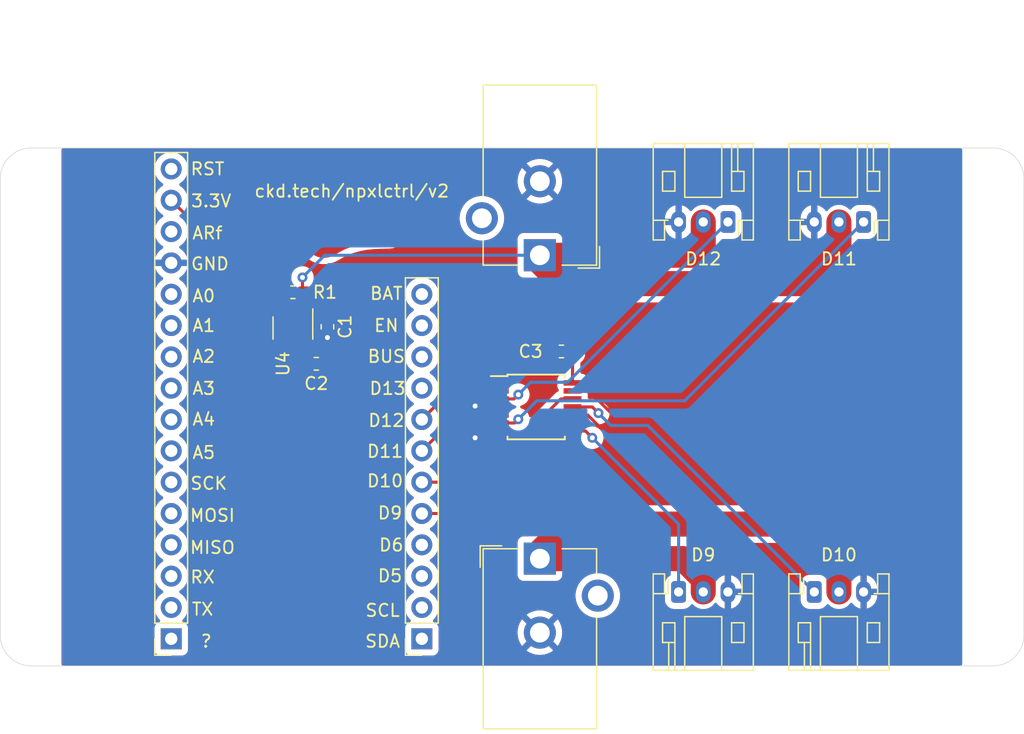
<source format=kicad_pcb>
(kicad_pcb (version 20241229) (generator "pcbnew") (generator_version "9.0")
  (layers (0 "F.Cu" signal) (2 "B.Cu" signal) (13 "F.Paste" user) (15 "B.Paste" user) (5 "F.SilkS" user) (7 "B.SilkS" user) (1 "F.Mask" user) (3 "B.Mask" user) (25 "Edge.Cuts" user))
  (net 0 "")
  (net 1 "+3.3V")
  (net 3 "GND")
  (net 4 "+5V")
  (net 5 "/RST")
  (net 6 "/ARf")
  (net 7 "/A0")
  (net 8 "/A1")
  (net 9 "/A2")
  (net 10 "/A3")
  (net 11 "/A4")
  (net 12 "/A5")
  (net 13 "/SCK")
  (net 14 "/MOSI")
  (net 15 "/MISO")
  (net 16 "/RX")
  (net 17 "/TX")
  (net 18 "+BATT")
  (net 19 "/EN")
  (net 20 "VBUS")
  (net 21 "/D13")
  (net 22 "/D12")
  (net 23 "/D11")
  (net 24 "/D10")
  (net 25 "/D9")
  (net 26 "/D6")
  (net 27 "/D5")
  (net 28 "/SCL")
  (net 29 "/SDA")
  (net 31 "+5VB")
  (net 33 "/D9_5V")
  (net 34 "/D10_5V")
  (net 35 "Net-(U4-EN)")
  (net 37 "/D11_5V")
  (net 38 "/D12_5V")
  (footprint "Connector_PinSocket_2.54mm:PinSocket_1x16_P2.54mm_Vertical" (layer "F.Cu") (at 117.36 115.8 180)
    (property "Reference" "J2" (hide yes))
    (property "Value" "Conn_01x16_Female")
    (fp_line (start 1.33 1.27) (end 1.33 39.43) (stroke (width 0.12)) (layer "F.SilkS"))
    (fp_line (start 1.33 -1.33) (end 1.33 0) (stroke (width 0.12)) (layer "F.SilkS"))
    (fp_line (start 0 -1.33) (end 1.33 -1.33) (stroke (width 0.12)) (layer "F.SilkS"))
    (fp_line (start -1.33 39.43) (end 1.33 39.43) (stroke (width 0.12)) (layer "F.SilkS"))
    (fp_line (start -1.33 1.27) (end 1.33 1.27) (stroke (width 0.12)) (layer "F.SilkS"))
    (fp_line (start -1.33 1.27) (end -1.33 39.43) (stroke (width 0.12)) (layer "F.SilkS"))
    (pad "1" thru_hole rect (at 0 0 180) (size 1.7 1.7) (drill 1) (layers "*.Cu" "*.Mask"))
    (pad "2" thru_hole oval (at 0 2.54 180) (size 1.7 1.7) (drill 1) (layers "*.Cu" "*.Mask") (net 17 "/TX"))
    (pad "3" thru_hole oval (at 0 5.08 180) (size 1.7 1.7) (drill 1) (layers "*.Cu" "*.Mask") (net 16 "/RX"))
    (pad "4" thru_hole oval (at 0 7.62 180) (size 1.7 1.7) (drill 1) (layers "*.Cu" "*.Mask") (net 15 "/MISO"))
    (pad "5" thru_hole oval (at 0 10.16 180) (size 1.7 1.7) (drill 1) (layers "*.Cu" "*.Mask") (net 14 "/MOSI"))
    (pad "6" thru_hole oval (at 0 12.7 180) (size 1.7 1.7) (drill 1) (layers "*.Cu" "*.Mask") (net 13 "/SCK"))
    (pad "7" thru_hole oval (at 0 15.24 180) (size 1.7 1.7) (drill 1) (layers "*.Cu" "*.Mask") (net 12 "/A5"))
    (pad "8" thru_hole oval (at 0 17.78 180) (size 1.7 1.7) (drill 1) (layers "*.Cu" "*.Mask") (net 11 "/A4"))
    (pad "9" thru_hole oval (at 0 20.32 180) (size 1.7 1.7) (drill 1) (layers "*.Cu" "*.Mask") (net 10 "/A3"))
    (pad "10" thru_hole oval (at 0 22.86 180) (size 1.7 1.7) (drill 1) (layers "*.Cu" "*.Mask") (net 9 "/A2"))
    (pad "11" thru_hole oval (at 0 25.4 180) (size 1.7 1.7) (drill 1) (layers "*.Cu" "*.Mask") (net 8 "/A1"))
    (pad "12" thru_hole oval (at 0 27.94 180) (size 1.7 1.7) (drill 1) (layers "*.Cu" "*.Mask") (net 7 "/A0"))
    (pad "13" thru_hole oval (at 0 30.48 180) (size 1.7 1.7) (drill 1) (layers "*.Cu" "*.Mask") (net 3 "GND"))
    (pad "14" thru_hole oval (at 0 33.02 180) (size 1.7 1.7) (drill 1) (layers "*.Cu" "*.Mask") (net 6 "/ARf"))
    (pad "15" thru_hole oval (at 0 35.56 180) (size 1.7 1.7) (drill 1) (layers "*.Cu" "*.Mask") (net 1 "+3.3V"))
    (pad "16" thru_hole oval (at 0 38.1 180) (size 1.7 1.7) (drill 1) (layers "*.Cu" "*.Mask") (net 5 "/RST"))
  )
  (footprint "Connector_PinSocket_2.54mm:PinSocket_1x12_P2.54mm_Vertical" (layer "F.Cu") (at 137.68 115.8 180)
    (property "Reference" "J3" (hide yes))
    (property "Value" "Conn_01x12_Female")
    (fp_line (start 1.33 1.27) (end 1.33 29.27) (stroke (width 0.12)) (layer "F.SilkS"))
    (fp_line (start 1.33 -1.33) (end 1.33 0) (stroke (width 0.12)) (layer "F.SilkS"))
    (fp_line (start 0 -1.33) (end 1.33 -1.33) (stroke (width 0.12)) (layer "F.SilkS"))
    (fp_line (start -1.33 29.27) (end 1.33 29.27) (stroke (width 0.12)) (layer "F.SilkS"))
    (fp_line (start -1.33 1.27) (end 1.33 1.27) (stroke (width 0.12)) (layer "F.SilkS"))
    (fp_line (start -1.33 1.27) (end -1.33 29.27) (stroke (width 0.12)) (layer "F.SilkS"))
    (pad "1" thru_hole rect (at 0 0 180) (size 1.7 1.7) (drill 1) (layers "*.Cu" "*.Mask") (net 29 "/SDA"))
    (pad "2" thru_hole oval (at 0 2.54 180) (size 1.7 1.7) (drill 1) (layers "*.Cu" "*.Mask") (net 28 "/SCL"))
    (pad "3" thru_hole oval (at 0 5.08 180) (size 1.7 1.7) (drill 1) (layers "*.Cu" "*.Mask") (net 27 "/D5"))
    (pad "4" thru_hole oval (at 0 7.62 180) (size 1.7 1.7) (drill 1) (layers "*.Cu" "*.Mask") (net 26 "/D6"))
    (pad "5" thru_hole oval (at 0 10.16 180) (size 1.7 1.7) (drill 1) (layers "*.Cu" "*.Mask") (net 25 "/D9"))
    (pad "6" thru_hole oval (at 0 12.7 180) (size 1.7 1.7) (drill 1) (layers "*.Cu" "*.Mask") (net 24 "/D10"))
    (pad "7" thru_hole oval (at 0 15.24 180) (size 1.7 1.7) (drill 1) (layers "*.Cu" "*.Mask") (net 23 "/D11"))
    (pad "8" thru_hole oval (at 0 17.78 180) (size 1.7 1.7) (drill 1) (layers "*.Cu" "*.Mask") (net 22 "/D12"))
    (pad "9" thru_hole oval (at 0 20.32 180) (size 1.7 1.7) (drill 1) (layers "*.Cu" "*.Mask") (net 21 "/D13"))
    (pad "10" thru_hole oval (at 0 22.86 180) (size 1.7 1.7) (drill 1) (layers "*.Cu" "*.Mask") (net 20 "VBUS"))
    (pad "11" thru_hole oval (at 0 25.4 180) (size 1.7 1.7) (drill 1) (layers "*.Cu" "*.Mask") (net 19 "/EN"))
    (pad "12" thru_hole oval (at 0 27.94 180) (size 1.7 1.7) (drill 1) (layers "*.Cu" "*.Mask") (net 18 "+BATT"))
  )
  (footprint "Connector_JST:JST_PH_S3B-PH-K_1x03_P2.00mm_Horizontal" (layer "F.Cu") (at 173.5 82 180)
    (property "Reference" "J4" (hide yes))
    (property "Value" "Conn_01x03_Male")
    (fp_line (start 6.06 6.36) (end 6.06 -1.46) (stroke (width 0.12)) (layer "F.SilkS"))
    (fp_line (start 6.06 0.14) (end 5.14 0.14) (stroke (width 0.12)) (layer "F.SilkS"))
    (fp_line (start 6.06 -1.46) (end 5.14 -1.46) (stroke (width 0.12)) (layer "F.SilkS"))
    (fp_line (start 5.3 4.1) (end 4.3 4.1) (stroke (width 0.12)) (layer "F.SilkS"))
    (fp_line (start 5.3 2.5) (end 5.3 4.1) (stroke (width 0.12)) (layer "F.SilkS"))
    (fp_line (start 5.14 0.14) (end 4.86 0.14) (stroke (width 0.12)) (layer "F.SilkS"))
    (fp_line (start 5.14 -1.46) (end 5.14 0.14) (stroke (width 0.12)) (layer "F.SilkS"))
    (fp_line (start 4.3 4.1) (end 4.3 2.5) (stroke (width 0.12)) (layer "F.SilkS"))
    (fp_line (start 4.3 2.5) (end 5.3 2.5) (stroke (width 0.12)) (layer "F.SilkS"))
    (fp_line (start 3.5 2) (end 3.5 6.36) (stroke (width 0.12)) (layer "F.SilkS"))
    (fp_line (start 0.5 6.36) (end 0.5 2) (stroke (width 0.12)) (layer "F.SilkS"))
    (fp_line (start 0.5 2) (end 3.5 2) (stroke (width 0.12)) (layer "F.SilkS"))
    (fp_line (start -0.3 4.1) (end -0.3 6.36) (stroke (width 0.12)) (layer "F.SilkS"))
    (fp_line (start -0.3 4.1) (end -0.3 2.5) (stroke (width 0.12)) (layer "F.SilkS"))
    (fp_line (start -0.3 2.5) (end -1.3 2.5) (stroke (width 0.12)) (layer "F.SilkS"))
    (fp_line (start -0.8 4.1) (end -0.8 6.36) (stroke (width 0.12)) (layer "F.SilkS"))
    (fp_line (start -0.86 0.14) (end -0.86 -1.075) (stroke (width 0.12)) (layer "F.SilkS"))
    (fp_line (start -0.86 0.14) (end -1.14 0.14) (stroke (width 0.12)) (layer "F.SilkS"))
    (fp_line (start -1.14 0.14) (end -1.14 -1.46) (stroke (width 0.12)) (layer "F.SilkS"))
    (fp_line (start -1.14 -1.46) (end -2.06 -1.46) (stroke (width 0.12)) (layer "F.SilkS"))
    (fp_line (start -1.3 4.1) (end -0.3 4.1) (stroke (width 0.12)) (layer "F.SilkS"))
    (fp_line (start -1.3 2.5) (end -1.3 4.1) (stroke (width 0.12)) (layer "F.SilkS"))
    (fp_line (start -2.06 6.36) (end 6.06 6.36) (stroke (width 0.12)) (layer "F.SilkS"))
    (fp_line (start -2.06 0.14) (end -1.14 0.14) (stroke (width 0.12)) (layer "F.SilkS"))
    (fp_line (start -2.06 -1.46) (end -2.06 6.36) (stroke (width 0.12)) (layer "F.SilkS"))
    (pad "1" thru_hole roundrect (at 0 0 180) (size 1.2 1.75) (drill 0.75) (layers "*.Cu" "*.Mask") (roundrect_rratio 0.208333) (net 37 "/D11_5V"))
    (pad "2" thru_hole oval (at 2 0 180) (size 1.2 1.75) (drill 0.75) (layers "*.Cu" "*.Mask") (net 4 "+5V"))
    (pad "3" thru_hole oval (at 4 0 180) (size 1.2 1.75) (drill 0.75) (layers "*.Cu" "*.Mask") (net 3 "GND"))
  )
  (footprint "Connector_JST:JST_PH_S3B-PH-K_1x03_P2.00mm_Horizontal" (layer "F.Cu") (at 162.5 82 180)
    (property "Reference" "J5" (hide yes))
    (property "Value" "Conn_01x03_Male")
    (fp_line (start 6.06 6.36) (end 6.06 -1.46) (stroke (width 0.12)) (layer "F.SilkS"))
    (fp_line (start 6.06 0.14) (end 5.14 0.14) (stroke (width 0.12)) (layer "F.SilkS"))
    (fp_line (start 6.06 -1.46) (end 5.14 -1.46) (stroke (width 0.12)) (layer "F.SilkS"))
    (fp_line (start 5.3 4.1) (end 4.3 4.1) (stroke (width 0.12)) (layer "F.SilkS"))
    (fp_line (start 5.3 2.5) (end 5.3 4.1) (stroke (width 0.12)) (layer "F.SilkS"))
    (fp_line (start 5.14 0.14) (end 4.86 0.14) (stroke (width 0.12)) (layer "F.SilkS"))
    (fp_line (start 5.14 -1.46) (end 5.14 0.14) (stroke (width 0.12)) (layer "F.SilkS"))
    (fp_line (start 4.3 4.1) (end 4.3 2.5) (stroke (width 0.12)) (layer "F.SilkS"))
    (fp_line (start 4.3 2.5) (end 5.3 2.5) (stroke (width 0.12)) (layer "F.SilkS"))
    (fp_line (start 3.5 2) (end 3.5 6.36) (stroke (width 0.12)) (layer "F.SilkS"))
    (fp_line (start 0.5 6.36) (end 0.5 2) (stroke (width 0.12)) (layer "F.SilkS"))
    (fp_line (start 0.5 2) (end 3.5 2) (stroke (width 0.12)) (layer "F.SilkS"))
    (fp_line (start -0.3 4.1) (end -0.3 6.36) (stroke (width 0.12)) (layer "F.SilkS"))
    (fp_line (start -0.3 4.1) (end -0.3 2.5) (stroke (width 0.12)) (layer "F.SilkS"))
    (fp_line (start -0.3 2.5) (end -1.3 2.5) (stroke (width 0.12)) (layer "F.SilkS"))
    (fp_line (start -0.8 4.1) (end -0.8 6.36) (stroke (width 0.12)) (layer "F.SilkS"))
    (fp_line (start -0.86 0.14) (end -0.86 -1.075) (stroke (width 0.12)) (layer "F.SilkS"))
    (fp_line (start -0.86 0.14) (end -1.14 0.14) (stroke (width 0.12)) (layer "F.SilkS"))
    (fp_line (start -1.14 0.14) (end -1.14 -1.46) (stroke (width 0.12)) (layer "F.SilkS"))
    (fp_line (start -1.14 -1.46) (end -2.06 -1.46) (stroke (width 0.12)) (layer "F.SilkS"))
    (fp_line (start -1.3 4.1) (end -0.3 4.1) (stroke (width 0.12)) (layer "F.SilkS"))
    (fp_line (start -1.3 2.5) (end -1.3 4.1) (stroke (width 0.12)) (layer "F.SilkS"))
    (fp_line (start -2.06 6.36) (end 6.06 6.36) (stroke (width 0.12)) (layer "F.SilkS"))
    (fp_line (start -2.06 0.14) (end -1.14 0.14) (stroke (width 0.12)) (layer "F.SilkS"))
    (fp_line (start -2.06 -1.46) (end -2.06 6.36) (stroke (width 0.12)) (layer "F.SilkS"))
    (pad "1" thru_hole roundrect (at 0 0 180) (size 1.2 1.75) (drill 0.75) (layers "*.Cu" "*.Mask") (roundrect_rratio 0.208333) (net 38 "/D12_5V"))
    (pad "2" thru_hole oval (at 2 0 180) (size 1.2 1.75) (drill 0.75) (layers "*.Cu" "*.Mask") (net 4 "+5V"))
    (pad "3" thru_hole oval (at 4 0 180) (size 1.2 1.75) (drill 0.75) (layers "*.Cu" "*.Mask") (net 3 "GND"))
  )
  (footprint "Package_SO:TSSOP-14_4.4x5mm_P0.65mm" (layer "F.Cu") (at 146.95 97)
    (property "Reference" "U1" (hide yes))
    (property "Value" "74HCT125")
    (fp_line (start -2.325 -2.625) (end -2.325 -2.5) (stroke (width 0.15)) (layer "F.SilkS"))
    (fp_line (start -2.325 -2.625) (end 2.325 -2.625) (stroke (width 0.15)) (layer "F.SilkS"))
    (fp_line (start -2.325 -2.5) (end -3.675 -2.5) (stroke (width 0.15)) (layer "F.SilkS"))
    (fp_line (start -2.325 2.625) (end -2.325 2.4) (stroke (width 0.15)) (layer "F.SilkS"))
    (fp_line (start -2.325 2.625) (end 2.325 2.625) (stroke (width 0.15)) (layer "F.SilkS"))
    (fp_line (start 2.325 -2.625) (end 2.325 -2.4) (stroke (width 0.15)) (layer "F.SilkS"))
    (fp_line (start 2.325 2.625) (end 2.325 2.4) (stroke (width 0.15)) (layer "F.SilkS"))
    (pad "1" smd rect (at -2.95 -1.95) (size 1.45 0.45) (layers "F.Cu" "F.Mask" "F.Paste") (net 3 "GND"))
    (pad "2" smd rect (at -2.95 -1.3) (size 1.45 0.45) (layers "F.Cu" "F.Mask" "F.Paste") (net 22 "/D12"))
    (pad "3" smd rect (at -2.95 -0.65) (size 1.45 0.45) (layers "F.Cu" "F.Mask" "F.Paste") (net 38 "/D12_5V"))
    (pad "4" smd rect (at -2.95 0) (size 1.45 0.45) (layers "F.Cu" "F.Mask" "F.Paste") (net 3 "GND"))
    (pad "5" smd rect (at -2.95 0.65) (size 1.45 0.45) (layers "F.Cu" "F.Mask" "F.Paste") (net 23 "/D11"))
    (pad "6" smd rect (at -2.95 1.3) (size 1.45 0.45) (layers "F.Cu" "F.Mask" "F.Paste") (net 37 "/D11_5V"))
    (pad "7" smd rect (at -2.95 1.95) (size 1.45 0.45) (layers "F.Cu" "F.Mask" "F.Paste") (net 3 "GND"))
    (pad "8" smd rect (at 2.95 1.95) (size 1.45 0.45) (layers "F.Cu" "F.Mask" "F.Paste") (net 33 "/D9_5V"))
    (pad "9" smd rect (at 2.95 1.3) (size 1.45 0.45) (layers "F.Cu" "F.Mask" "F.Paste") (net 25 "/D9"))
    (pad "10" smd rect (at 2.95 0.65) (size 1.45 0.45) (layers "F.Cu" "F.Mask" "F.Paste") (net 3 "GND"))
    (pad "11" smd rect (at 2.95 0) (size 1.45 0.45) (layers "F.Cu" "F.Mask" "F.Paste") (net 34 "/D10_5V"))
    (pad "12" smd rect (at 2.95 -0.65) (size 1.45 0.45) (layers "F.Cu" "F.Mask" "F.Paste") (net 24 "/D10"))
    (pad "13" smd rect (at 2.95 -1.3) (size 1.45 0.45) (layers "F.Cu" "F.Mask" "F.Paste") (net 3 "GND"))
    (pad "14" smd rect (at 2.95 -1.95) (size 1.45 0.45) (layers "F.Cu" "F.Mask" "F.Paste") (net 4 "+5V"))
  )
  (footprint "Capacitor_SMD:C_0603_1608Metric_Pad1.05x0.95mm_HandSolder" (layer "F.Cu") (at 130.025 90.5 -90)
    (property "Reference" "C1" (at 0 -1.43 90) (layer "F.SilkS"))
    (property "Value" "1uF")
    (fp_line (start -0.171267 0.51) (end 0.171267 0.51) (stroke (width 0.12)) (layer "F.SilkS"))
    (fp_line (start -0.171267 -0.51) (end 0.171267 -0.51) (stroke (width 0.12)) (layer "F.SilkS"))
    (pad "1" smd roundrect (at -0.875 0 270) (size 1.05 0.95) (layers "F.Cu" "F.Mask" "F.Paste") (net 4 "+5V"))
    (pad "2" smd roundrect (at 0.875 0 270) (size 1.05 0.95) (layers "F.Cu" "F.Mask" "F.Paste") (net 3 "GND"))
  )
  (footprint "Capacitor_SMD:C_0603_1608Metric_Pad1.05x0.95mm_HandSolder" (layer "F.Cu") (at 129.125 93.5)
    (property "Reference" "C2" (at 0 1.6 0) (layer "F.SilkS"))
    (property "Value" "1uF")
    (fp_line (start -0.171267 -0.51) (end 0.171267 -0.51) (stroke (width 0.12)) (layer "F.SilkS"))
    (fp_line (start -0.171267 0.51) (end 0.171267 0.51) (stroke (width 0.12)) (layer "F.SilkS"))
    (pad "1" smd roundrect (at -0.875 0) (size 1.05 0.95) (layers "F.Cu" "F.Mask" "F.Paste") (net 1 "+3.3V"))
    (pad "2" smd roundrect (at 0.875 0) (size 1.05 0.95) (layers "F.Cu" "F.Mask" "F.Paste") (net 3 "GND"))
  )
  (footprint "Resistor_SMD:R_0603_1608Metric_Pad1.05x0.95mm_HandSolder" (layer "F.Cu") (at 127.225 87.7)
    (property "Reference" "R1" (at 2.6 0 0) (layer "F.SilkS"))
    (property "Value" "100k")
    (fp_line (start -0.171267 -0.51) (end 0.171267 -0.51) (stroke (width 0.12)) (layer "F.SilkS"))
    (fp_line (start -0.171267 0.51) (end 0.171267 0.51) (stroke (width 0.12)) (layer "F.SilkS"))
    (pad "1" smd roundrect (at -0.875 0) (size 1.05 0.95) (layers "F.Cu" "F.Mask" "F.Paste") (net 35 "Net-(U4-EN)"))
    (pad "2" smd roundrect (at 0.875 0) (size 1.05 0.95) (layers "F.Cu" "F.Mask" "F.Paste") (net 4 "+5V"))
  )
  (footprint "Package_TO_SOT_SMD:SOT-23-5" (layer "F.Cu") (at 127.225 90.6 -90)
    (property "Reference" "U4" (at 2.9 0.8 90) (layer "F.SilkS"))
    (property "Value" "AP2112K-3.3")
    (fp_line (start -0.9 1.61) (end 0.9 1.61) (stroke (width 0.12)) (layer "F.SilkS"))
    (fp_line (start 0.9 -1.61) (end -1.55 -1.61) (stroke (width 0.12)) (layer "F.SilkS"))
    (pad "1" smd rect (at -1.1 -0.95 270) (size 1.06 0.65) (layers "F.Cu" "F.Mask" "F.Paste") (net 4 "+5V"))
    (pad "2" smd rect (at -1.1 0 270) (size 1.06 0.65) (layers "F.Cu" "F.Mask" "F.Paste") (net 3 "GND"))
    (pad "3" smd rect (at -1.1 0.95 270) (size 1.06 0.65) (layers "F.Cu" "F.Mask" "F.Paste") (net 35 "Net-(U4-EN)"))
    (pad "4" smd rect (at 1.1 0.95 270) (size 1.06 0.65) (layers "F.Cu" "F.Mask" "F.Paste"))
    (pad "5" smd rect (at 1.1 -0.95 270) (size 1.06 0.65) (layers "F.Cu" "F.Mask" "F.Paste") (net 1 "+3.3V"))
  )
  (footprint "Capacitor_SMD:C_0603_1608Metric_Pad1.05x0.95mm_HandSolder" (layer "F.Cu") (at 149 92.5 180)
    (property "Reference" "C3" (at 2.5 0 0) (layer "F.SilkS"))
    (property "Value" "1uF")
    (fp_line (start -0.171267 0.51) (end 0.171267 0.51) (stroke (width 0.12)) (layer "F.SilkS"))
    (fp_line (start -0.171267 -0.51) (end 0.171267 -0.51) (stroke (width 0.12)) (layer "F.SilkS"))
    (pad "1" smd roundrect (at -0.875 0 180) (size 1.05 0.95) (layers "F.Cu" "F.Mask" "F.Paste") (net 4 "+5V"))
    (pad "2" smd roundrect (at 0.875 0 180) (size 1.05 0.95) (layers "F.Cu" "F.Mask" "F.Paste") (net 3 "GND"))
  )
  (footprint "Connector_BarrelJack:BarrelJack_CUI_PJ-102AH_Horizontal" (layer "F.Cu") (at 147.25 84.7 180)
    (property "Reference" "J1" (hide yes))
    (property "Value" "Barrel_Jack_Switch")
    (fp_line (start 4.6 13.8) (end -4.6 13.8) (stroke (width 0.12)) (layer "F.SilkS"))
    (fp_line (start 4.6 4.8) (end 4.6 13.8) (stroke (width 0.12)) (layer "F.SilkS"))
    (fp_line (start 4.6 -0.8) (end 4.6 1.2) (stroke (width 0.12)) (layer "F.SilkS"))
    (fp_line (start 1.8 -0.8) (end 4.6 -0.8) (stroke (width 0.12)) (layer "F.SilkS"))
    (fp_line (start -4.6 13.8) (end -4.6 -0.8) (stroke (width 0.12)) (layer "F.SilkS"))
    (fp_line (start -4.6 -0.8) (end -1.8 -0.8) (stroke (width 0.12)) (layer "F.SilkS"))
    (fp_line (start -4.84 0.7) (end -4.84 -1.04) (stroke (width 0.12)) (layer "F.SilkS"))
    (fp_line (start -4.84 -1.04) (end -3.1 -1.04) (stroke (width 0.12)) (layer "F.SilkS"))
    (pad "1" thru_hole rect (at 0 0 180) (size 2.6 2.6) (drill 1.6) (layers "*.Cu" "*.Mask") (net 4 "+5V"))
    (pad "2" thru_hole circle (at 0 6 180) (size 2.6 2.6) (drill 1.6) (layers "*.Cu" "*.Mask") (net 3 "GND"))
    (pad "3" thru_hole circle (at 4.7 3 180) (size 2.6 2.6) (drill 1.6) (layers "*.Cu" "*.Mask"))
  )
  (footprint "chickadee:chickadee_3mm_fcu" (layer "F.Cu") (at 131.5 83.5)
    (property "Reference" "G***" (hide yes))
    (property "Value" "Chickadee 3mm" (hide yes))
    (fp_poly (pts (xy -2.190577 -1.394931) (xy -2.158906 -1.394428) (xy -2.131275 -1.393379) (xy -2.106176 -1.39166) (xy -2.082107 -1.389149) (xy -2.057561 -1.385724) (xy -2.031033 -1.38126) (xy -2.009069 -1.377185) (xy -1.950214 -1.364422) (xy -1.889117 -1.348355) (xy -1.828664 -1.329818) (xy -1.77174 -1.309646) (xy -1.760361 -1.305223) (xy -1.717183 -1.28803) (xy -1.674808 -1.270892) (xy -1.63285 -1.25363) (xy -1.59092 -1.236063) (xy -1.548631 -1.218011) (xy -1.505596 -1.199293) (xy -1.461427 -1.179729) (xy -1.415735 -1.159138) (xy -1.368134 -1.137341) (xy -1.318236 -1.114156) (xy -1.265653 -1.089403) (xy -1.209997 -1.062901) (xy -1.150882 -1.034472) (xy -1.087918 -1.003933) (xy -1.02072 -0.971104) (xy -0.948898 -0.935806) (xy -0.872065 -0.897857) (xy -0.789834 -0.857077) (xy -0.701817 -0.813286) (xy -0.679097 -0.801963) (xy -0.600817 -0.763019) (xy -0.528298 -0.72712) (xy -0.461051 -0.694039) (xy -0.398585 -0.663552) (xy -0.340411 -0.635433) (xy -0.286038 -0.609455) (xy -0.234976 -0.585394) (xy -0.186735 -0.563022) (xy -0.140825 -0.542115) (xy -0.096756 -0.522447) (xy -0.054038 -0.503792) (xy -0.012181 -0.485924) (xy 0.029306 -0.468618) (xy 0.070912 -0.451647) (xy 0.113128 -0.434787) (xy 0.146403 -0.421719) (xy 0.169926 -0.412482) (xy 0.191319 -0.403963) (xy 0.209688 -0.396527) (xy 0.224143 -0.39054) (xy 0.233791 -0.386365) (xy 0.237732 -0.384376) (xy 0.237199 -0.380281) (xy 0.231987 -0.372263) (xy 0.222739 -0.361032) (xy 0.2101 -0.347296) (xy 0.194712 -0.331764) (xy 0.177219 -0.315145) (xy 0.164178 -0.303343) (xy 0.096199 -0.247242) (xy 0.021764 -0.193747) (xy -0.059006 -0.142914) (xy -0.145989 -0.0948) (xy -0.239062 -0.049462) (xy -0.338103 -0.006957) (xy -0.442991 0.032658) (xy -0.553602 0.069327) (xy -0.669815 0.102992) (xy -0.756708 0.125296) (xy -0.857303 0.148538) (xy -0.952291 0.167867) (xy -1.041919 0.183303) (xy -1.126439 0.194868) (xy -1.206099 0.20258) (xy -1.281149 0.206462) (xy -1.351837 0.206535) (xy -1.418413 0.202818) (xy -1.481126 0.195332) (xy -1.518918 0.18866) (xy -1.57955 0.173748) (xy -1.634906 0.154367) (xy -1.684914 0.13059) (xy -1.729501 0.102491) (xy -1.768596 0.070142) (xy -1.802127 0.033617) (xy -1.830021 -0.007012) (xy -1.852205 -0.051671) (xy -1.868608 -0.100287) (xy -1.879158 -0.152786) (xy -1.882097 -0.17906) (xy -1.882915 -0.190167) (xy -1.883851 -0.198302) (xy -1.885889 -0.204006) (xy -1.890009 -0.207822) (xy -1.897194 -0.21029) (xy -1.908425 -0.211954) (xy -1.924685 -0.213354) (xy -1.946955 -0.215033) (xy -1.947333 -0.215063) (xy -1.974885 -0.21729) (xy -1.996056 -0.219184) (xy -2.011509 -0.220834) (xy -2.021906 -0.222327) (xy -2.02791 -0.223751) (xy -2.030183 -0.225193) (xy -2.030082 -0.226026) (xy -2.032027 -0.227335) (xy -2.038861 -0.22756) (xy -2.048532 -0.226886) (xy -2.05899 -0.225503) (xy -2.068183 -0.223597) (xy -2.072569 -0.222141) (xy -2.078077 -0.220624) (xy -2.089384 -0.218164) (xy -2.105331 -0.214992) (xy -2.124759 -0.211335) (xy -2.146511 -0.207422) (xy -2.151944 -0.206471) (xy -2.23343 -0.192964) (xy -2.310846 -0.181591) (xy -2.386734 -0.172013) (xy -2.463633 -0.163891) (xy -2.487083 -0.161706) (xy -2.509513 -0.160112) (xy -2.536719 -0.158879) (xy -2.567348 -0.158007) (xy -2.600049 -0.157496) (xy -2.633471 -0.157348) (xy -2.666262 -0.157562) (xy -2.69707 -0.158139) (xy -2.724545 -0.15908) (xy -2.747334 -0.160385) (xy -2.760486 -0.161598) (xy -2.833314 -0.171253) (xy -2.904171 -0.18314) (xy -2.974932 -0.197651) (xy -3.047473 -0.215178) (xy -3.123669 -0.23611) (xy -3.139143 -0.240632) (xy -3.161757 -0.247425) (xy -3.178423 -0.252778) (xy -3.190018 -0.257041) (xy -3.197422 -0.260562) (xy -3.20151 -0.263691) (xy -3.202943 -0.266032) (xy -3.203909 -0.271145) (xy -3.205491 -0.282439) (xy -3.20759 -0.299075) (xy -3.210105 -0.320217) (xy -3.212937 -0.345025) (xy -3.215987 -0.372662) (xy -3.219082 -0.401608) (xy -3.222679 -0.435601) (xy -3.225565 -0.463243) (xy -3.227688 -0.485209) (xy -3.228999 -0.50217) (xy -3.229447 -0.514802) (xy -3.228982 -0.523777) (xy -3.227553 -0.52977) (xy -3.22511 -0.533453) (xy -3.221603 -0.535501) (xy -3.216982 -0.536587) (xy -3.211195 -0.537385) (xy -3.208909 -0.537717) (xy -3.197663 -0.539746) (xy -3.180611 -0.543203) (xy -3.158807 -0.547849) (xy -3.1333 -0.553445) (xy -3.105142 -0.559751) (xy -3.075385 -0.566529) (xy -3.045079 -0.573539) (xy -3.015275 -0.580543) (xy -2.987025 -0.5873) (xy -2.96138 -0.593573) (xy -2.942167 -0.598407) (xy -2.839538 -0.625766) (xy -2.743547 -0.653603) (xy -2.653787 -0.682055) (xy -2.569847 -0.711258) (xy -2.49132 -0.74135) (xy -2.417797 -0.772466) (xy -2.405944 -0.777787) (xy -2.33527 -0.81224) (xy -2.2633 -0.851978) (xy -2.191754 -0.895908) (xy -2.122352 -0.942934) (xy -2.05681 -0.991963) (xy -2.012597 -1.028214) (xy -1.994935 -1.043577) (xy -1.976602 -1.059988) (xy -1.958316 -1.076756) (xy -1.940794 -1.09319) (xy -1.924751 -1.108599) (xy -1.910905 -1.122291) (xy -1.899973 -1.133576) (xy -1.892671 -1.141762) (xy -1.889717 -1.146159) (xy -1.889781 -1.146632) (xy -1.895886 -1.149881) (xy -1.907863 -1.154203) (xy -1.924653 -1.159337) (xy -1.945199 -1.16502) (xy -1.968444 -1.170989) (xy -1.99333 -1.176981) (xy -2.018801 -1.182735) (xy -2.043799 -1.187987) (xy -2.067268 -1.192474) (xy -2.088148 -1.195935) (xy -2.088444 -1.195979) (xy -2.143487 -1.202523) (xy -2.197821 -1.205577) (xy -2.252961 -1.205107) (xy -2.310419 -1.201077) (xy -2.371711 -1.193452) (xy -2.401539 -1.188739) (xy -2.494796 -1.17015) (xy -2.584229 -1.146293) (xy -2.669623 -1.117275) (xy -2.750766 -1.083203) (xy -2.827443 -1.044182) (xy -2.899442 -1.000319) (xy -2.966549 -0.95172) (xy -3.028551 -0.898491) (xy -3.072051 -0.855085) (xy -3.114426 -0.806444) (xy -3.152464 -0.755667) (xy -3.185507 -0.70377) (xy -3.212895 -0.65177) (xy -3.230344 -0.610645) (xy -3.23532 -0.598231) (xy -3.239944 -0.588063) (xy -3.243211 -0.582348) (xy -3.246468 -0.579042) (xy -3.254369 -0.57133) (xy -3.266439 -0.559666) (xy -3.282207 -0.544504) (xy -3.301199 -0.526296) (xy -3.322943 -0.505496) (xy -3.346966 -0.482558) (xy -3.372795 -0.457935) (xy -3.391958 -0.439691) (xy -3.418659 -0.414263) (xy -3.443792 -0.390288) (xy -3.466896 -0.368206) (xy -3.487514 -0.34846) (xy -3.505187 -0.331487) (xy -3.519455 -0.31773) (xy -3.529861 -0.307629) (xy -3.535945 -0.301624) (xy -3.537393 -0.300078) (xy -3.534428 -0.298301) (xy -3.525616 -0.293948) (xy -3.511564 -0.287299) (xy -3.492877 -0.278632) (xy -3.470164 -0.268227) (xy -3.444028 -0.256363) (xy -3.415077 -0.243317) (xy -3.383917 -0.22937) (xy -3.376532 -0.226077) (xy -3.214874 -0.154058) (xy -3.198019 -0.093786) (xy -3.189906 -0.065801) (xy -3.180059 -0.033466) (xy -3.169084 0.001347) (xy -3.157589 0.036762) (xy -3.146183 0.070907) (xy -3.135473 0.101907) (xy -3.126489 0.126757) (xy -3.121041 0.140443) (xy -3.116521 0.148917) (xy -3.111864 0.153733) (xy -3.10617 0.156392) (xy -3.098868 0.157558) (xy -3.085547 0.158496) (xy -3.06724 0.159209) (xy -3.04498 0.159697) (xy -3.019799 0.159965) (xy -2.992731 0.160013) (xy -2.964808 0.159845) (xy -2.937063 0.159461) (xy -2.910528 0.158866) (xy -2.886237 0.15806) (xy -2.865223 0.157046) (xy -2.848681 0.155841) (xy -2.685739 0.138212) (xy -2.585861 0.124838) (xy -2.543141 0.1184) (xy -2.506322 0.1121) (xy -2.474266 0.105624) (xy -2.445833 0.098661) (xy -2.419884 0.090899) (xy -2.395279 0.082025) (xy -2.370878 0.071727) (xy -2.345543 0.059694) (xy -2.342444 0.058147) (xy -2.286885 0.026813) (xy -2.232336 -0.010789) (xy -2.179767 -0.053872) (xy -2.130148 -0.101647) (xy -2.089686 -0.146958) (xy -2.071653 -0.168681) (xy -2.069252 -0.143431) (xy -2.062225 -0.096009) (xy -2.050319 -0.046832) (xy -2.034198 0.002224) (xy -2.014523 0.049282) (xy -1.991958 0.092463) (xy -1.978281 0.114289) (xy -1.94066 0.164006) (xy -1.897859 0.209003) (xy -1.849963 0.249251) (xy -1.797063 0.284723) (xy -1.739243 0.315389) (xy -1.676594 0.341223) (xy -1.609201 0.362197) (xy -1.537152 0.378282) (xy -1.460535 0.389451) (xy -1.379438 0.395676) (xy -1.293947 0.396929) (xy -1.204152 0.393182) (xy -1.125361 0.386139) (xy -1.052218 0.376822) (xy -0.974125 0.364509) (xy -0.892379 0.349481) (xy -0.808276 0.332024) (xy -0.723113 0.312418) (xy -0.638187 0.290949) (xy -0.554795 0.267899) (xy -0.478014 0.244745) (xy -0.38054 0.212112) (xy -0.286214 0.17667) (xy -0.195387 0.138629) (xy -0.108408 0.098203) (xy -0.025628 0.0556) (xy 0.052604 0.011034) (xy 0.125937 -0.035286) (xy 0.194021 -0.083147) (xy 0.256506 -0.132339) (xy 0.313041 -0.18265) (xy 0.363278 -0.233869) (xy 0.406865 -0.285785) (xy 0.411516 -0.291897) (xy 0.421132 -0.304324) (xy 0.427892 -0.311896) (xy 0.432929 -0.315578) (xy 0.437377 -0.316336) (xy 0.439726 -0.315921) (xy 0.459163 -0.311612) (xy 0.48424 -0.30693) (xy 0.513568 -0.302078) (xy 0.545757 -0.297263) (xy 0.579415 -0.292687) (xy 0.613152 -0.288557) (xy 0.645578 -0.285077) (xy 0.656167 -0.284068) (xy 0.687905 -0.281538) (xy 0.719888 -0.279816) (xy 0.752791 -0.278933) (xy 0.78729 -0.27892) (xy 0.82406 -0.279806) (xy 0.863775 -0.281623) (xy 0.907113 -0.284401) (xy 0.954746 -0.288171) (xy 1.007352 -0.292963) (xy 1.065605 -0.298808) (xy 1.127125 -0.3054) (xy 1.216165 -0.315763) (xy 1.311639 -0.327982) (xy 1.413193 -0.341993) (xy 1.520469 -0.357731) (xy 1.633115 -0.375132) (xy 1.750774 -0.394133) (xy 1.873091 -0.414668) (xy 1.999712 -0.436674) (xy 2.13028 -0.460086) (xy 2.264441 -0.48484) (xy 2.40184 -0.510872) (xy 2.542121 -0.538118) (xy 2.68493 -0.566514) (xy 2.829911 -0.595994) (xy 2.976709 -0.626495) (xy 3.124969 -0.657954) (xy 3.274335 -0.690304) (xy 3.361972 -0.709592) (xy 3.406466 -0.719446) (xy 3.444684 -0.727733) (xy 3.477258 -0.73432) (xy 3.504823 -0.739072) (xy 3.528011 -0.741854) (xy 3.547455 -0.742532) (xy 3.563788 -0.740972) (xy 3.577642 -0.737038) (xy 3.589652 -0.730596) (xy 3.600449 -0.721512) (xy 3.610667 -0.709652) (xy 3.620938 -0.69488) (xy 3.631896 -0.677062) (xy 3.644174 -0.656064) (xy 3.648453 -0.648705) (xy 3.685722 -0.582928) (xy 3.720654 -0.517678) (xy 3.752855 -0.453786) (xy 3.781929 -0.392085) (xy 3.807481 -0.333406) (xy 3.829117 -0.278581) (xy 3.842982 -0.239141) (xy 3.858442 -0.186728) (xy 3.869158 -0.137816) (xy 3.875158 -0.092633) (xy 3.876469 -0.051406) (xy 3.873119 -0.014365) (xy 3.865134 0.018262) (xy 3.852543 0.046247) (xy 3.835372 0.069362) (xy 3.813649 0.087378) (xy 3.803124 0.093395) (xy 3.792991 0.098154) (xy 3.781941 0.102524) (xy 3.769615 0.106533) (xy 3.755657 0.110209) (xy 3.739709 0.113581) (xy 3.721413 0.116677) (xy 3.700414 0.119524) (xy 3.676352 0.122152) (xy 3.648872 0.124587) (xy 3.617615 0.126859) (xy 3.582225 0.128995) (xy 3.542343 0.131023) (xy 3.497613 0.132973) (xy 3.447677 0.134871) (xy 3.392178 0.136746) (xy 3.330759 0.138626) (xy 3.263062 0.14054) (xy 3.188731 0.142515) (xy 3.175 0.142869) (xy 3.052923 0.146207) (xy 2.937344 0.149786) (xy 2.827707 0.153639) (xy 2.723456 0.157794) (xy 2.624037 0.162284) (xy 2.528895 0.167138) (xy 2.437474 0.172388) (xy 2.349219 0.178064) (xy 2.263574 0.184196) (xy 2.179985 0.190816) (xy 2.097897 0.197954) (xy 2.016754 0.20564) (xy 1.989667 0.208345) (xy 1.860967 0.222177) (xy 1.736502 0.237273) (xy 1.615523 0.253805) (xy 1.497281 0.271941) (xy 1.381028 0.291851) (xy 1.266016 0.313705) (xy 1.151496 0.337671) (xy 1.036721 0.36392) (xy 0.920941 0.39262) (xy 0.803408 0.423942) (xy 0.683373 0.458054) (xy 0.56009 0.495127) (xy 0.432808 0.535329) (xy 0.30078 0.57883) (xy 0.195792 0.614551) (xy 0.145932 0.632059) (xy 0.0984 0.649485) (xy 0.052527 0.66715) (xy 0.007643 0.685374) (xy -0.03692 0.704476) (xy -0.081833 0.724779) (xy -0.127765 0.746601) (xy -0.175385 0.770263) (xy -0.225363 0.796085) (xy -0.278367 0.824388) (xy -0.335068 0.855492) (xy -0.396135 0.889717) (xy -0.462237 0.927384) (xy -0.483306 0.939493) (xy -0.541927 0.973223) (xy -0.594898 1.003651) (xy -0.642666 1.031025) (xy -0.685679 1.055591) (xy -0.724384 1.077596) (xy -0.759229 1.097287) (xy -0.790662 1.11491) (xy -0.81913 1.130714) (xy -0.845081 1.144944) (xy -0.868963 1.157848) (xy -0.891223 1.169672) (xy -0.912308 1.180664) (xy -0.932668 1.19107) (xy -0.952748 1.201138) (xy -0.972997 1.211113) (xy -0.993862 1.221244) (xy -0.995694 1.222128) (xy -1.063133 1.253565) (xy -1.12675 1.280819) (xy -1.187918 1.304282) (xy -1.248008 1.324345) (xy -1.308391 1.341402) (xy -1.37044 1.355844) (xy -1.435526 1.368064) (xy -1.505022 1.378454) (xy -1.569861 1.386279) (xy -1.610848 1.390039) (xy -1.656794 1.392999) (xy -1.705642 1.395105) (xy -1.755337 1.396301) (xy -1.803821 1.396532) (xy -1.849038 1.395744) (xy -1.878542 1.394508) (xy -1.958088 1.387865) (xy -2.038544 1.376743) (xy -2.118722 1.361443) (xy -2.197433 1.342263) (xy -2.273489 1.319501) (xy -2.345702 1.293456) (xy -2.412884 1.264427) (xy -2.430992 1.255625) (xy -2.511972 1.211372) (xy -2.591194 1.160408) (xy -2.668518 1.102893) (xy -2.743805 1.038983) (xy -2.816914 0.968836) (xy -2.887705 0.89261) (xy -2.95604 0.810463) (xy -3.021777 0.722552) (xy -3.084778 0.629036) (xy -3.144903 0.53007) (xy -3.202011 0.425814) (xy -3.247103 0.335201) (xy -3.265441 0.295287) (xy -3.283063 0.253922) (xy -3.300474 0.209814) (xy -3.318181 0.161672) (xy -3.33669 0.108204) (xy -3.341035 0.09525) (xy -3.348704 0.071804) (xy -3.356807 0.046214) (xy -3.364992 0.019673) (xy -3.372907 -0.006627) (xy -3.380199 -0.031492) (xy -3.386515 -0.053731) (xy -3.391504 -0.072152) (xy -3.394813 -0.08556) (xy -3.395622 -0.089442) (xy -3.397791 -0.101004) (xy -3.602405 -0.183572) (xy -3.638385 -0.198117) (xy -3.672393 -0.211915) (xy -3.703868 -0.224734) (xy -3.732252 -0.236346) (xy -3.756986 -0.24652) (xy -3.77751 -0.255026) (xy -3.793266 -0.261633) (xy -3.803693 -0.266111) (xy -3.808232 -0.268231) (xy -3.808381 -0.268344) (xy -3.80604 -0.270994) (xy -3.798838 -0.27795) (xy -3.787188 -0.288837) (xy -3.771505 -0.303276) (xy -3.752203 -0.320892) (xy -3.729696 -0.341306) (xy -3.704399 -0.364141) (xy -3.676726 -0.389021) (xy -3.647091 -0.415568) (xy -3.621714 -0.438231) (xy -3.585698 -0.47036) (xy -3.554584 -0.498154) (xy -3.528002 -0.521967) (xy -3.505585 -0.542152) (xy -3.486962 -0.559065) (xy -3.471765 -0.573058) (xy -3.459624 -0.584487) (xy -3.45017 -0.593706) (xy -3.443035 -0.601069) (xy -3.437848 -0.606929) (xy -3.434241 -0.611642) (xy -3.431844 -0.615561) (xy -3.430288 -0.619041) (xy -3.429205 -0.622435) (xy -3.429021 -0.623103) (xy -3.422612 -0.643652) (xy -3.41351 -0.668602) (xy -3.40244 -0.696184) (xy -3.390126 -0.724625) (xy -3.377295 -0.752157) (xy -3.3707 -0.765446) (xy -3.338251 -0.823655) (xy -3.301023 -0.87978) (xy -3.258334 -0.934751) (xy -3.209501 -0.989498) (xy -3.196358 -1.003151) (xy -3.140849 -1.05669) (xy -3.083569 -1.105173) (xy -3.023315 -1.149469) (xy -2.958883 -1.190443) (xy -2.889069 -1.228963) (xy -2.868083 -1.23958) (xy -2.800029 -1.271452) (xy -2.732015 -1.299287) (xy -2.662813 -1.323459) (xy -2.591193 -1.344341) (xy -2.515928 -1.362308) (xy -2.435788 -1.377732) (xy -2.38932 -1.385248) (xy -2.369484 -1.388168) (xy -2.352156 -1.390434) (xy -2.335939 -1.39213) (xy -2.319438 -1.393341) (xy -2.301258 -1.394152) (xy -2.280002 -1.394645) (xy -2.254276 -1.394906) (xy -2.227792 -1.395009) (xy -2.190577 -1.394931)) (stroke (width 0.01)) (fill yes) (layer "F.Cu"))
  )
  (footprint "Connector_JST:JST_PH_S3B-PH-K_1x03_P2.00mm_Horizontal" (layer "F.Cu") (at 158.5 112)
    (property "Reference" "J8" (hide yes))
    (property "Value" "Conn_01x03_Male")
    (fp_line (start -2.06 -1.46) (end -2.06 6.36) (stroke (width 0.12)) (layer "F.SilkS"))
    (fp_line (start -2.06 0.14) (end -1.14 0.14) (stroke (width 0.12)) (layer "F.SilkS"))
    (fp_line (start -2.06 6.36) (end 6.06 6.36) (stroke (width 0.12)) (layer "F.SilkS"))
    (fp_line (start -1.3 2.5) (end -1.3 4.1) (stroke (width 0.12)) (layer "F.SilkS"))
    (fp_line (start -1.3 4.1) (end -0.3 4.1) (stroke (width 0.12)) (layer "F.SilkS"))
    (fp_line (start -1.14 -1.46) (end -2.06 -1.46) (stroke (width 0.12)) (layer "F.SilkS"))
    (fp_line (start -1.14 0.14) (end -1.14 -1.46) (stroke (width 0.12)) (layer "F.SilkS"))
    (fp_line (start -0.86 0.14) (end -1.14 0.14) (stroke (width 0.12)) (layer "F.SilkS"))
    (fp_line (start -0.86 0.14) (end -0.86 -1.075) (stroke (width 0.12)) (layer "F.SilkS"))
    (fp_line (start -0.8 4.1) (end -0.8 6.36) (stroke (width 0.12)) (layer "F.SilkS"))
    (fp_line (start -0.3 2.5) (end -1.3 2.5) (stroke (width 0.12)) (layer "F.SilkS"))
    (fp_line (start -0.3 4.1) (end -0.3 2.5) (stroke (width 0.12)) (layer "F.SilkS"))
    (fp_line (start -0.3 4.1) (end -0.3 6.36) (stroke (width 0.12)) (layer "F.SilkS"))
    (fp_line (start 0.5 2) (end 3.5 2) (stroke (width 0.12)) (layer "F.SilkS"))
    (fp_line (start 0.5 6.36) (end 0.5 2) (stroke (width 0.12)) (layer "F.SilkS"))
    (fp_line (start 3.5 2) (end 3.5 6.36) (stroke (width 0.12)) (layer "F.SilkS"))
    (fp_line (start 4.3 2.5) (end 5.3 2.5) (stroke (width 0.12)) (layer "F.SilkS"))
    (fp_line (start 4.3 4.1) (end 4.3 2.5) (stroke (width 0.12)) (layer "F.SilkS"))
    (fp_line (start 5.14 -1.46) (end 5.14 0.14) (stroke (width 0.12)) (layer "F.SilkS"))
    (fp_line (start 5.14 0.14) (end 4.86 0.14) (stroke (width 0.12)) (layer "F.SilkS"))
    (fp_line (start 5.3 2.5) (end 5.3 4.1) (stroke (width 0.12)) (layer "F.SilkS"))
    (fp_line (start 5.3 4.1) (end 4.3 4.1) (stroke (width 0.12)) (layer "F.SilkS"))
    (fp_line (start 6.06 -1.46) (end 5.14 -1.46) (stroke (width 0.12)) (layer "F.SilkS"))
    (fp_line (start 6.06 0.14) (end 5.14 0.14) (stroke (width 0.12)) (layer "F.SilkS"))
    (fp_line (start 6.06 6.36) (end 6.06 -1.46) (stroke (width 0.12)) (layer "F.SilkS"))
    (pad "1" thru_hole roundrect (at 0 0) (size 1.2 1.75) (drill 0.75) (layers "*.Cu" "*.Mask") (roundrect_rratio 0.208333) (net 33 "/D9_5V"))
    (pad "2" thru_hole oval (at 2 0) (size 1.2 1.75) (drill 0.75) (layers "*.Cu" "*.Mask") (net 31 "+5VB"))
    (pad "3" thru_hole oval (at 4 0) (size 1.2 1.75) (drill 0.75) (layers "*.Cu" "*.Mask") (net 3 "GND"))
  )
  (footprint "Connector_BarrelJack:BarrelJack_CUI_PJ-102AH_Horizontal" (layer "F.Cu") (at 147.25 109.3)
    (property "Reference" "J7" (hide yes))
    (property "Value" "Barrel_Jack_Switch")
    (fp_line (start -4.84 -1.04) (end -3.1 -1.04) (stroke (width 0.12)) (layer "F.SilkS"))
    (fp_line (start -4.84 0.7) (end -4.84 -1.04) (stroke (width 0.12)) (layer "F.SilkS"))
    (fp_line (start -4.6 -0.8) (end -1.8 -0.8) (stroke (width 0.12)) (layer "F.SilkS"))
    (fp_line (start -4.6 13.8) (end -4.6 -0.8) (stroke (width 0.12)) (layer "F.SilkS"))
    (fp_line (start 1.8 -0.8) (end 4.6 -0.8) (stroke (width 0.12)) (layer "F.SilkS"))
    (fp_line (start 4.6 -0.8) (end 4.6 1.2) (stroke (width 0.12)) (layer "F.SilkS"))
    (fp_line (start 4.6 4.8) (end 4.6 13.8) (stroke (width 0.12)) (layer "F.SilkS"))
    (fp_line (start 4.6 13.8) (end -4.6 13.8) (stroke (width 0.12)) (layer "F.SilkS"))
    (pad "1" thru_hole rect (at 0 0) (size 2.6 2.6) (drill 1.6) (layers "*.Cu" "*.Mask") (net 31 "+5VB"))
    (pad "2" thru_hole circle (at 0 6) (size 2.6 2.6) (drill 1.6) (layers "*.Cu" "*.Mask") (net 3 "GND"))
    (pad "3" thru_hole circle (at 4.7 3) (size 2.6 2.6) (drill 1.6) (layers "*.Cu" "*.Mask"))
  )
  (footprint "Connector_JST:JST_PH_S3B-PH-K_1x03_P2.00mm_Horizontal" (layer "F.Cu") (at 169.5 112)
    (property "Reference" "J9" (hide yes))
    (property "Value" "Conn_01x03_Male")
    (fp_line (start -2.06 -1.46) (end -2.06 6.36) (stroke (width 0.12)) (layer "F.SilkS"))
    (fp_line (start -2.06 0.14) (end -1.14 0.14) (stroke (width 0.12)) (layer "F.SilkS"))
    (fp_line (start -2.06 6.36) (end 6.06 6.36) (stroke (width 0.12)) (layer "F.SilkS"))
    (fp_line (start -1.3 2.5) (end -1.3 4.1) (stroke (width 0.12)) (layer "F.SilkS"))
    (fp_line (start -1.3 4.1) (end -0.3 4.1) (stroke (width 0.12)) (layer "F.SilkS"))
    (fp_line (start -1.14 -1.46) (end -2.06 -1.46) (stroke (width 0.12)) (layer "F.SilkS"))
    (fp_line (start -1.14 0.14) (end -1.14 -1.46) (stroke (width 0.12)) (layer "F.SilkS"))
    (fp_line (start -0.86 0.14) (end -1.14 0.14) (stroke (width 0.12)) (layer "F.SilkS"))
    (fp_line (start -0.86 0.14) (end -0.86 -1.075) (stroke (width 0.12)) (layer "F.SilkS"))
    (fp_line (start -0.8 4.1) (end -0.8 6.36) (stroke (width 0.12)) (layer "F.SilkS"))
    (fp_line (start -0.3 2.5) (end -1.3 2.5) (stroke (width 0.12)) (layer "F.SilkS"))
    (fp_line (start -0.3 4.1) (end -0.3 2.5) (stroke (width 0.12)) (layer "F.SilkS"))
    (fp_line (start -0.3 4.1) (end -0.3 6.36) (stroke (width 0.12)) (layer "F.SilkS"))
    (fp_line (start 0.5 2) (end 3.5 2) (stroke (width 0.12)) (layer "F.SilkS"))
    (fp_line (start 0.5 6.36) (end 0.5 2) (stroke (width 0.12)) (layer "F.SilkS"))
    (fp_line (start 3.5 2) (end 3.5 6.36) (stroke (width 0.12)) (layer "F.SilkS"))
    (fp_line (start 4.3 2.5) (end 5.3 2.5) (stroke (width 0.12)) (layer "F.SilkS"))
    (fp_line (start 4.3 4.1) (end 4.3 2.5) (stroke (width 0.12)) (layer "F.SilkS"))
    (fp_line (start 5.14 -1.46) (end 5.14 0.14) (stroke (width 0.12)) (layer "F.SilkS"))
    (fp_line (start 5.14 0.14) (end 4.86 0.14) (stroke (width 0.12)) (layer "F.SilkS"))
    (fp_line (start 5.3 2.5) (end 5.3 4.1) (stroke (width 0.12)) (layer "F.SilkS"))
    (fp_line (start 5.3 4.1) (end 4.3 4.1) (stroke (width 0.12)) (layer "F.SilkS"))
    (fp_line (start 6.06 -1.46) (end 5.14 -1.46) (stroke (width 0.12)) (layer "F.SilkS"))
    (fp_line (start 6.06 0.14) (end 5.14 0.14) (stroke (width 0.12)) (layer "F.SilkS"))
    (fp_line (start 6.06 6.36) (end 6.06 -1.46) (stroke (width 0.12)) (layer "F.SilkS"))
    (pad "1" thru_hole roundrect (at 0 0) (size 1.2 1.75) (drill 0.75) (layers "*.Cu" "*.Mask") (roundrect_rratio 0.208333) (net 34 "/D10_5V"))
    (pad "2" thru_hole oval (at 2 0) (size 1.2 1.75) (drill 0.75) (layers "*.Cu" "*.Mask") (net 31 "+5VB"))
    (pad "3" thru_hole oval (at 4 0) (size 1.2 1.75) (drill 0.75) (layers "*.Cu" "*.Mask") (net 3 "GND"))
  )
  (gr_line (start 186.5 115.5) (end 186.5 78.5) (stroke (width 0.05)) (layer "Edge.Cuts"))
  (gr_line (start 184 76) (end 106 76) (stroke (width 0.05)) (layer "Edge.Cuts"))
  (gr_line (start 103.5 78.5) (end 103.5 115.5) (stroke (width 0.05)) (layer "Edge.Cuts"))
  (gr_line (start 106 118) (end 184 118) (stroke (width 0.05)) (layer "Edge.Cuts"))
  (gr_arc (start 103.5 78.5) (mid 104.232233 76.732233) (end 106 76) (stroke (width 0.05)) (layer "Edge.Cuts"))
  (gr_arc (start 186.5 115.5) (mid 185.767767 117.267767) (end 184 118) (stroke (width 0.05)) (layer "Edge.Cuts"))
  (gr_arc (start 184 76) (mid 185.767767 76.732233) (end 186.5 78.5) (stroke (width 0.05)) (layer "Edge.Cuts"))
  (gr_arc (start 106 118) (mid 104.232233 117.267767) (end 103.5 115.5) (stroke (width 0.05)) (layer "Edge.Cuts"))
  (gr_text "D10" (at 134.7 103 0) (layer "F.SilkS") (effects (font (size 1 1))))
  (gr_text "D10" (at 171.5 109 0) (layer "F.SilkS") (effects (font (size 1 1))))
  (gr_text "A4" (at 120 98 0) (layer "F.SilkS") (effects (font (size 1 1))))
  (gr_text "A5" (at 120 100.7 0) (layer "F.SilkS") (effects (font (size 1 1))))
  (gr_text "D5" (at 135.1 110.7 0) (layer "F.SilkS") (effects (font (size 1 1))))
  (gr_text "?" (at 120.2 116 0) (layer "F.SilkS") (effects (font (size 1 1))))
  (gr_text "BUS" (at 134.8 92.9 0) (layer "F.SilkS") (effects (font (size 1 1))))
  (gr_text "D12" (at 160.5 85 0) (layer "F.SilkS") (effects (font (size 1 1))))
  (gr_text "ckd.tech/npxlctrl/v2" (at 132 79.5 0) (layer "F.SilkS") (effects (font (size 1 1))))
  (gr_text "D11" (at 171.5 85 0) (layer "F.SilkS") (effects (font (size 1 1))))
  (gr_text "D12" (at 134.8 98.1 0) (layer "F.SilkS") (effects (font (size 1 1))))
  (gr_text "A3" (at 120 95.5 0) (layer "F.SilkS") (effects (font (size 1 1))))
  (gr_text "RST" (at 120.3 77.7 0) (layer "F.SilkS") (effects (font (size 1 1))))
  (gr_text "D9" (at 135.1 105.6 0) (layer "F.SilkS") (effects (font (size 1 1))))
  (gr_text "SDA" (at 134.5 116 0) (layer "F.SilkS") (effects (font (size 1 1))))
  (gr_text "TX" (at 119.9 113.4 0) (layer "F.SilkS") (effects (font (size 1 1))))
  (gr_text "A1" (at 120 90.4 0) (layer "F.SilkS") (effects (font (size 1 1))))
  (gr_text "D9" (at 160.5 109 0) (layer "F.SilkS") (effects (font (size 1 1))))
  (gr_text "EN" (at 134.8 90.4 0) (layer "F.SilkS") (effects (font (size 1 1))))
  (gr_text "GND" (at 120.5 85.4 0) (layer "F.SilkS") (effects (font (size 1 1))))
  (gr_text "MISO" (at 120.7 108.4 0) (layer "F.SilkS") (effects (font (size 1 1))))
  (gr_text "ARf" (at 120.3 82.9 0) (layer "F.SilkS") (effects (font (size 1 1))))
  (gr_text "D13" (at 134.9 95.5 0) (layer "F.SilkS") (effects (font (size 1 1))))
  (gr_text "A2" (at 120 92.9 0) (layer "F.SilkS") (effects (font (size 1 1))))
  (gr_text "RX" (at 119.9 110.8 0) (layer "F.SilkS") (effects (font (size 1 1))))
  (gr_text "3.3V" (at 120.6 80.3 0) (layer "F.SilkS") (effects (font (size 1 1))))
  (gr_text "SCL" (at 134.5 113.5 0) (layer "F.SilkS") (effects (font (size 1 1))))
  (gr_text "D11" (at 134.7 100.6 0) (layer "F.SilkS") (effects (font (size 1 1))))
  (gr_text "BAT" (at 134.8 87.8 0) (layer "F.SilkS") (effects (font (size 1 1))))
  (gr_text "SCK" (at 120.4 103.2 0) (layer "F.SilkS") (effects (font (size 1 1))))
  (gr_text "MOSI" (at 120.7 105.8 0) (layer "F.SilkS") (effects (font (size 1 1))))
  (gr_text "D6" (at 135.2 108.2 0) (layer "F.SilkS") (effects (font (size 1 1))))
  (gr_text "A0" (at 120 88 0) (layer "F.SilkS") (effects (font (size 1 1))))
  (segment (start 128.175 93.425) (end 128.25 93.5) (width 0.25) (layer "F.Cu") (net 1))
  (segment (start 128.175 91.7) (end 128.175 93.425) (width 0.25) (layer "F.Cu") (net 1))
  (segment (start 126.5 93.5) (end 124 91) (width 0.25) (layer "F.Cu") (net 1))
  (segment (start 124 91) (end 124 86.88) (width 0.25) (layer "F.Cu") (net 1))
  (segment (start 124 86.88) (end 118.535558 81.415558) (width 0.25) (layer "F.Cu") (net 1))
  (segment (start 118.535558 81.415558) (end 117.36 80.24) (width 0.25) (layer "F.Cu") (net 1))
  (segment (start 128.25 93.5) (end 126.5 93.5) (width 0.25) (layer "F.Cu") (net 1))
  (segment (start 144 97) (end 142.075 97) (width 0.25) (layer "F.Cu") (net 3))
  (segment (start 144 98.95) (end 142.55 98.95) (width 0.25) (layer "F.Cu") (net 3))
  (segment (start 149.9 97.65) (end 151.12328 97.65) (width 0.25) (layer "F.Cu") (net 3))
  (segment (start 129.15 90.5) (end 130.025 91.375) (width 0.25) (layer "F.Cu") (net 3))
  (segment (start 128.356 90.356) (end 128.5 90.5) (width 0.25) (layer "F.Cu") (net 3))
  (segment (start 143.5 95) (end 143.55 95.05) (width 0.25) (layer "F.Cu") (net 3))
  (segment (start 142.075 97) (end 142 96.925) (width 0.25) (layer "F.Cu") (net 3))
  (segment (start 142.55 98.95) (end 142 99.5) (width 0.25) (layer "F.Cu") (net 3))
  (segment (start 144 95.05) (end 143.55 95.05) (width 0.25) (layer "F.Cu") (net 3))
  (segment (start 127.225 89.5) (end 127.225 90.057) (width 0.25) (layer "F.Cu") (net 3))
  (segment (start 151.12328 97.65) (end 153.47328 100) (width 0.25) (layer "F.Cu") (net 3))
  (segment (start 151.22672 95.7) (end 149.9 95.7) (width 0.25) (layer "F.Cu") (net 3))
  (segment (start 154 100) (end 154 98.47328) (width 0.25) (layer "F.Cu") (net 3))
  (segment (start 127.524 90.356) (end 128.356 90.356) (width 0.25) (layer "F.Cu") (net 3))
  (segment (start 127.225 90.057) (end 127.524 90.356) (width 0.25) (layer "F.Cu") (net 3))
  (segment (start 153.47328 100) (end 154 100) (width 0.25) (layer "F.Cu") (net 3))
  (segment (start 154 98.47328) (end 151.22672 95.7) (width 0.25) (layer "F.Cu") (net 3))
  (segment (start 128.5 90.5) (end 129.15 90.5) (width 0.25) (layer "F.Cu") (net 3))
  (via (at 142 99.5) (size 0.8) (drill 0.4) (layers "F.Cu" "B.Cu") (net 3))
  (via (at 130.025 91.375) (size 0.8) (drill 0.4) (layers "F.Cu" "B.Cu") (net 3))
  (via (at 142 96.925) (size 0.8) (drill 0.4) (layers "F.Cu" "B.Cu") (net 3))
  (segment (start 168.857 87) (end 171.5 84.357) (width 2.032) (layer "F.Cu") (net 4))
  (segment (start 147.25 84.7) (end 147.25 85.25) (width 2.032) (layer "F.Cu") (net 4))
  (segment (start 129.9 89.5) (end 130.025 89.625) (width 0.25) (layer "F.Cu") (net 4))
  (segment (start 128 87.6) (end 128.1 87.7) (width 0.25) (layer "F.Cu") (net 4))
  (segment (start 149.9 95.05) (end 149.9 92.525) (width 0.25) (layer "F.Cu") (net 4))
  (segment (start 149.875 92.5) (end 149.875 87.325) (width 0.25) (layer "F.Cu") (net 4))
  (segment (start 147.25 85.25) (end 149 87) (width 2.032) (layer "F.Cu") (net 4))
  (segment (start 128.175 89.5) (end 129.9 89.5) (width 0.25) (layer "F.Cu") (net 4))
  (segment (start 171.5 84.357) (end 171.5 82) (width 2.032) (layer "F.Cu") (net 4))
  (segment (start 160.157 84.7) (end 160.5 84.357) (width 2.032) (layer "F.Cu") (net 4))
  (segment (start 149.9 92.525) (end 149.875 92.5) (width 0.25) (layer "F.Cu") (net 4))
  (segment (start 149.875 87.325) (end 147.25 84.7) (width 0.25) (layer "F.Cu") (net 4))
  (segment (start 147.25 84.7) (end 160.157 84.7) (width 2.032) (layer "F.Cu") (net 4))
  (segment (start 128.1 89.425) (end 128.175 89.5) (width 0.25) (layer "F.Cu") (net 4))
  (segment (start 128.1 87.7) (end 128.1 89.425) (width 0.25) (layer "F.Cu") (net 4))
  (segment (start 128 86.5) (end 128 87.6) (width 0.25) (layer "F.Cu") (net 4))
  (segment (start 160.5 84.357) (end 160.5 82) (width 2.032) (layer "F.Cu") (net 4))
  (segment (start 149 87) (end 168.857 87) (width 2.032) (layer "F.Cu") (net 4))
  (via (at 128 86.5) (size 0.8) (drill 0.4) (layers "F.Cu" "B.Cu") (net 4))
  (segment (start 147.25 84.7) (end 129.8 84.7) (width 0.25) (layer "B.Cu") (net 4))
  (segment (start 129.8 84.7) (end 128 86.5) (width 0.25) (layer "B.Cu") (net 4))
  (segment (start 137.68 98.02) (end 140 95.7) (width 0.25) (layer "F.Cu") (net 22))
  (segment (start 140 95.7) (end 144 95.7) (width 0.25) (layer "F.Cu") (net 22))
  (segment (start 140.59 97.65) (end 137.68 100.56) (width 0.25) (layer "F.Cu") (net 23))
  (segment (start 144 97.65) (end 140.59 97.65) (width 0.25) (layer "F.Cu") (net 23))
  (segment (start 142.198 103.1) (end 148.948 96.35) (width 0.25) (layer "F.Cu") (net 24))
  (segment (start 148.948 96.35) (end 149.9 96.35) (width 0.25) (layer "F.Cu") (net 24))
  (segment (start 137.68 103.1) (end 142.198 103.1) (width 0.25) (layer "F.Cu") (net 24))
  (segment (start 137.68 105.64) (end 141.608 105.64) (width 0.25) (layer "F.Cu") (net 25))
  (segment (start 141.608 105.64) (end 148.948 98.3) (width 0.25) (layer "F.Cu") (net 25))
  (segment (start 148.948 98.3) (end 149.9 98.3) (width 0.25) (layer "F.Cu") (net 25))
  (segment (start 158.856578 109.3) (end 160.5 110.943422) (width 2.032) (layer "F.Cu") (net 31))
  (segment (start 147.25 109.3) (end 158.856578 109.3) (width 2.032) (layer "F.Cu") (net 31))
  (segment (start 149.5 106.5) (end 167.5 106.5) (width 2.032) (layer "F.Cu") (net 31))
  (segment (start 147.25 108.75) (end 149.5 106.5) (width 2.032) (layer "F.Cu") (net 31))
  (segment (start 160.5 110.943422) (end 160.5 112) (width 2.032) (layer "F.Cu") (net 31))
  (segment (start 167.5 106.5) (end 171.5 110.5) (width 2.032) (layer "F.Cu") (net 31))
  (segment (start 171.5 110.5) (end 171.5 112) (width 2.032) (layer "F.Cu") (net 31))
  (segment (start 147.25 109.3) (end 147.25 108.75) (width 2.032) (layer "F.Cu") (net 31))
  (segment (start 149.9 98.95) (end 150.95 98.95) (width 0.25) (layer "F.Cu") (net 33))
  (segment (start 150.95 98.95) (end 151.5 99.5) (width 0.25) (layer "F.Cu") (net 33))
  (via (at 151.5 99.5) (size 0.8) (drill 0.4) (layers "F.Cu" "B.Cu") (net 33))
  (segment (start 151.5 99.5) (end 158.5 106.5) (width 0.25) (layer "B.Cu") (net 33))
  (segment (start 158.5 106.5) (end 158.5 112) (width 0.25) (layer "B.Cu") (net 33))
  (segment (start 151.5 97) (end 152 97.5) (width 0.25) (layer "F.Cu") (net 34))
  (segment (start 149.9 97) (end 151.5 97) (width 0.25) (layer "F.Cu") (net 34))
  (via (at 152 97.5) (size 0.8) (drill 0.4) (layers "F.Cu" "B.Cu") (net 34))
  (segment (start 152 97.5) (end 153 98.5) (width 0.25) (layer "B.Cu") (net 34))
  (segment (start 153 98.5) (end 156 98.5) (width 0.25) (layer "B.Cu") (net 34))
  (segment (start 156 98.5) (end 169.5 112) (width 0.25) (layer "B.Cu") (net 34))
  (segment (start 126.35 87.7) (end 126.35 89.425) (width 0.25) (layer "F.Cu") (net 35))
  (segment (start 126.35 89.425) (end 126.275 89.5) (width 0.25) (layer "F.Cu") (net 35))
  (segment (start 145.2 98.3) (end 145.5 98) (width 0.25) (layer "F.Cu") (net 37))
  (segment (start 144 98.3) (end 145.2 98.3) (width 0.25) (layer "F.Cu") (net 37))
  (via (at 145.5 98) (size 0.8) (drill 0.4) (layers "F.Cu" "B.Cu") (net 37))
  (segment (start 145.5 98) (end 147 96.5) (width 0.25) (layer "B.Cu") (net 37))
  (segment (start 159 96.5) (end 173.5 82) (width 0.25) (layer "B.Cu") (net 37))
  (segment (start 147 96.5) (end 159 96.5) (width 0.25) (layer "B.Cu") (net 37))
  (segment (start 145.15 96.35) (end 145.5 96) (width 0.25) (layer "F.Cu") (net 38))
  (segment (start 144 96.35) (end 145.15 96.35) (width 0.25) (layer "F.Cu") (net 38))
  (via (at 145.5 96) (size 0.8) (drill 0.4) (layers "F.Cu" "B.Cu") (net 38))
  (segment (start 149.5 95) (end 162.5 82) (width 0.25) (layer "B.Cu") (net 38))
  (segment (start 146.5 95) (end 149.5 95) (width 0.25) (layer "B.Cu") (net 38))
  (segment (start 145.5 96) (end 146.5 95) (width 0.25) (layer "B.Cu") (net 38))
  (zone (net 3) (net_name "GND") (layer "F.Cu") (connect_pads (clearance 0.508)) (min_thickness 0.254) (fill yes (thermal_gap 0.508) (thermal_bridge_width 0.508))
    (polygon (pts (xy 108.46094 75) (xy 108.46094 121) (xy 181.46094 121) (xy 181.46094 75)))
  )
  (zone (net 3) (net_name "GND") (layer "B.Cu") (connect_pads (clearance 0.508)) (min_thickness 0.254) (fill yes (thermal_gap 0.508) (thermal_bridge_width 0.508))
    (polygon (pts (xy 108.5 75) (xy 108.5 121) (xy 181.5 121) (xy 181.5 75)))
  )
)
</source>
